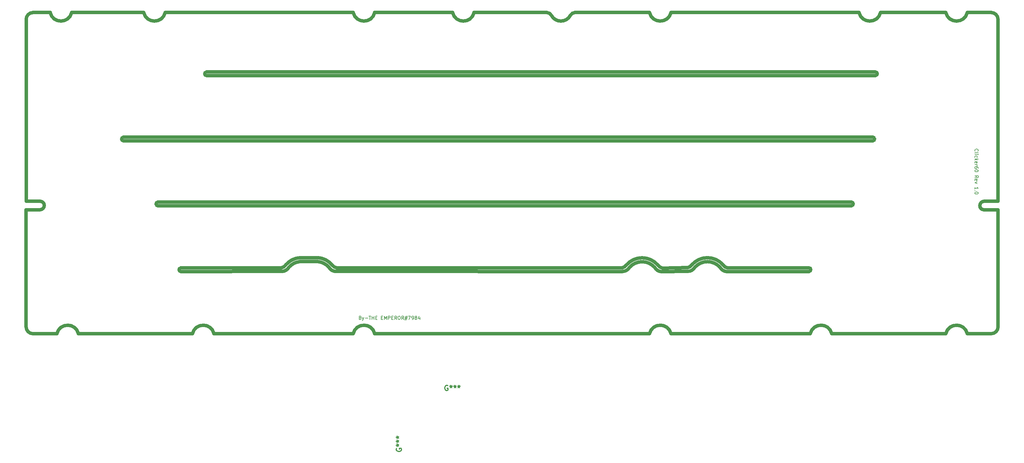
<source format=gbr>
%TF.GenerationSoftware,KiCad,Pcbnew,(6.0.6)*%
%TF.CreationDate,2023-05-08T18:28:51+05:30*%
%TF.ProjectId,new_stuff,6e65775f-7374-4756-9666-2e6b69636164,rev?*%
%TF.SameCoordinates,Original*%
%TF.FileFunction,Legend,Top*%
%TF.FilePolarity,Positive*%
%FSLAX46Y46*%
G04 Gerber Fmt 4.6, Leading zero omitted, Abs format (unit mm)*
G04 Created by KiCad (PCBNEW (6.0.6)) date 2023-05-08 18:28:51*
%MOMM*%
%LPD*%
G01*
G04 APERTURE LIST*
%ADD10C,1.000000*%
%ADD11C,0.150000*%
%ADD12C,0.300000*%
G04 APERTURE END LIST*
D10*
X188902814Y-94223694D02*
G75*
G03*
X182602785Y-94223699I-3150014J-735906D01*
G01*
X204174411Y-74056982D02*
G75*
G03*
X205491354Y-74937044I1710389J1134082D01*
G01*
X205182762Y-75995040D02*
X229292443Y-75989939D01*
X275702813Y-94223695D02*
G75*
G03*
X269402786Y-94223699I-3150013J-735905D01*
G01*
X282702786Y-94223686D02*
G75*
G03*
X284702786Y-92223702I14J1999986D01*
G01*
X188902786Y-23704D02*
X243977278Y-23740D01*
X131214276Y-23704D02*
X152521671Y-23701D01*
X241735078Y-56712400D02*
G75*
G03*
X241730000Y-55610000I-2578J551200D01*
G01*
X279379788Y-56643694D02*
G75*
G03*
X280522778Y-57862693I1142812J-73806D01*
G01*
X204174432Y-74056959D02*
G75*
G03*
X194952173Y-74071263I-4605032J-3938441D01*
G01*
X184138905Y-74798644D02*
G75*
G03*
X176722391Y-74798303I-3708405J-3223356D01*
G01*
X52845288Y-17433645D02*
G75*
G03*
X52835289Y-18536059I11312J-551355D01*
G01*
X90572810Y-75952665D02*
X174661129Y-75975656D01*
X193816262Y-75952639D02*
X186043862Y-76017900D01*
X248774370Y-18527337D02*
G75*
G03*
X248769292Y-17425063I-2570J551137D01*
G01*
X235990276Y-94223698D02*
X269402785Y-94223698D01*
X74746283Y-74897123D02*
G75*
G03*
X76066944Y-74016360I-389883J2015123D01*
G01*
X80156415Y-73072149D02*
X85508178Y-73073519D01*
X182602813Y-23694D02*
G75*
G03*
X188902785Y-23703I3149987J735894D01*
G01*
X275702785Y-94223701D02*
X282702786Y-94223701D01*
X185035520Y-74079829D02*
G75*
G03*
X175813273Y-74094123I-4605020J-3945371D01*
G01*
X13329784Y-23701D02*
X34427278Y-23704D01*
X80156415Y-73072149D02*
G75*
G03*
X76963564Y-74735180I514485J-4884251D01*
G01*
X2002784Y-94223701D02*
X9002785Y-94223701D01*
X102102788Y-94223700D02*
G75*
G03*
X95802784Y-94223700I-3150002J-735927D01*
G01*
X124914321Y-23691D02*
G75*
G03*
X131214277Y-23703I3149979J735891D01*
G01*
X7029786Y-23702D02*
G75*
G03*
X13329786Y-23702I3150000J735926D01*
G01*
X2785Y-55373693D02*
X4094776Y-55373693D01*
X241735078Y-56712358D02*
X38585878Y-56712357D01*
X80171499Y-71917299D02*
G75*
G03*
X76066944Y-74016360I500401J-6041101D01*
G01*
X275703009Y-23701D02*
X282702786Y-23701D01*
X182602785Y-23701D02*
X160757277Y-23701D01*
X80171497Y-71917270D02*
X85480271Y-71917270D01*
X284702800Y-2023700D02*
G75*
G03*
X282702786Y-23700I-2000000J0D01*
G01*
X235990320Y-94223691D02*
G75*
G03*
X229690278Y-94223699I-3150020J-735909D01*
G01*
X193731292Y-74868663D02*
G75*
G03*
X194952173Y-74071263I-450292J2022763D01*
G01*
X280649778Y-55373678D02*
G75*
G03*
X279379778Y-56643693I22J-1270022D01*
G01*
X153851742Y-830134D02*
G75*
G03*
X159437848Y-830152I2793058J1457034D01*
G01*
X45332945Y-74887580D02*
X74746283Y-74897121D01*
X2002787Y-23703D02*
X7029786Y-23702D01*
X269402600Y-23748D02*
G75*
G03*
X275703010Y-23703I3150200J733048D01*
G01*
X55014283Y-94223700D02*
G75*
G03*
X48714277Y-94223699I-3150003J-735930D01*
G01*
X284702788Y-57873685D02*
X284702788Y-92223702D01*
X203277765Y-74775819D02*
G75*
G03*
X205182762Y-75995040I2099035J1181819D01*
G01*
X90999594Y-74913046D02*
X174592389Y-74891507D01*
X15302787Y-94223700D02*
G75*
G03*
X9002787Y-94223700I-3150000J-735926D01*
G01*
X45338023Y-75989938D02*
X75058566Y-75954400D01*
X184138883Y-74798669D02*
G75*
G03*
X186043862Y-76017900I2099017J1181769D01*
G01*
X185035489Y-74079857D02*
G75*
G03*
X186352454Y-74959904I1710411J1134157D01*
G01*
X75058563Y-75954365D02*
G75*
G03*
X76963564Y-74735180I-193963J2400965D01*
G01*
X2002787Y-23703D02*
G75*
G03*
X2787Y-2023703I-1J-1999999D01*
G01*
X284702786Y-2023700D02*
X284702785Y-55373693D01*
X88688227Y-74735160D02*
G75*
G03*
X85508178Y-73073519I-3710027J-3226440D01*
G01*
X102102784Y-23701D02*
X124914278Y-23699D01*
X38580800Y-55610043D02*
G75*
G03*
X38585878Y-56712357I2500J-551157D01*
G01*
X280649778Y-55373693D02*
X284702785Y-55373693D01*
X95802786Y-23702D02*
G75*
G03*
X102102786Y-23702I3150000J735926D01*
G01*
X243977321Y-23691D02*
G75*
G03*
X250277277Y-23703I3149979J735891D01*
G01*
X45332945Y-74887662D02*
G75*
G03*
X45338023Y-75989938I2555J-551138D01*
G01*
X153851692Y-830160D02*
G75*
G03*
X152521671Y-23701I-1329492J-692640D01*
G01*
X55014276Y-94223701D02*
X95802784Y-94223701D01*
X248648958Y-18538698D02*
X52835289Y-18536059D01*
X-20222Y-57862693D02*
X4043778Y-57862693D01*
X188902784Y-94223698D02*
X229690279Y-94223698D01*
X-20222Y-57862693D02*
X-20222Y-92200695D01*
X89584820Y-74016363D02*
G75*
G03*
X90999594Y-74913046I1709680J1133063D01*
G01*
X5313779Y-56592693D02*
G75*
G03*
X4094776Y-55373691I-1218999J3D01*
G01*
X247993638Y-37662358D02*
X28517318Y-37662358D01*
X250277276Y-23755D02*
X269402574Y-23754D01*
X2785Y-2023703D02*
X2785Y-55373693D01*
X186352454Y-74959904D02*
X193731289Y-74868647D01*
X40727276Y-23701D02*
X95802784Y-23701D01*
X4043778Y-57862688D02*
G75*
G03*
X5313778Y-56592693I2J1269998D01*
G01*
X15302787Y-94223700D02*
X48714278Y-94223698D01*
X88688180Y-74735194D02*
G75*
G03*
X90572810Y-75952665I2099320J1182294D01*
G01*
X174592396Y-74891538D02*
G75*
G03*
X175813273Y-74094123I-450296J2022738D01*
G01*
X102102784Y-94223701D02*
X182602786Y-94223698D01*
X247993638Y-37662400D02*
G75*
G03*
X247988560Y-36560000I-2538J551200D01*
G01*
X203277805Y-74775784D02*
G75*
G03*
X195861291Y-74775443I-3708405J-3223416D01*
G01*
X52845289Y-17433701D02*
X248643880Y-17436340D01*
X229287365Y-74887581D02*
X205491354Y-74937044D01*
X28512240Y-36560000D02*
X247988560Y-36560000D01*
X280522778Y-57862693D02*
X284702788Y-57873685D01*
X174661129Y-75975666D02*
G75*
G03*
X176722391Y-74798303I-16229J2421466D01*
G01*
X89584811Y-74016371D02*
G75*
G03*
X85480271Y-71917270I-4605011J-3942029D01*
G01*
X-20222Y-92200695D02*
G75*
G03*
X2002784Y-94223702I2023007J0D01*
G01*
X160767883Y-23644D02*
G75*
G03*
X159437848Y-830152I-483J-1499156D01*
G01*
X229292443Y-75990019D02*
G75*
G03*
X229287365Y-74887581I-2543J551219D01*
G01*
X28512240Y-36560042D02*
G75*
G03*
X28517318Y-37662358I2560J-551158D01*
G01*
X34427282Y-23700D02*
G75*
G03*
X40727277Y-23703I3149998J735920D01*
G01*
X38580800Y-55609999D02*
X241730000Y-55610000D01*
X193816262Y-75952659D02*
G75*
G03*
X195861291Y-74775443I-30662J2418159D01*
G01*
D11*
X277992857Y-40687023D02*
X277945238Y-40639404D01*
X277897619Y-40496547D01*
X277897619Y-40401309D01*
X277945238Y-40258452D01*
X278040476Y-40163214D01*
X278135714Y-40115595D01*
X278326190Y-40067976D01*
X278469047Y-40067976D01*
X278659523Y-40115595D01*
X278754761Y-40163214D01*
X278850000Y-40258452D01*
X278897619Y-40401309D01*
X278897619Y-40496547D01*
X278850000Y-40639404D01*
X278802380Y-40687023D01*
X277897619Y-41258452D02*
X277945238Y-41163214D01*
X278040476Y-41115595D01*
X278897619Y-41115595D01*
X277897619Y-41639404D02*
X278564285Y-41639404D01*
X278897619Y-41639404D02*
X278850000Y-41591785D01*
X278802380Y-41639404D01*
X278850000Y-41687023D01*
X278897619Y-41639404D01*
X278802380Y-41639404D01*
X277945238Y-42544166D02*
X277897619Y-42448928D01*
X277897619Y-42258452D01*
X277945238Y-42163214D01*
X277992857Y-42115595D01*
X278088095Y-42067976D01*
X278373809Y-42067976D01*
X278469047Y-42115595D01*
X278516666Y-42163214D01*
X278564285Y-42258452D01*
X278564285Y-42448928D01*
X278516666Y-42544166D01*
X277897619Y-42972738D02*
X278897619Y-42972738D01*
X278278571Y-43067976D02*
X277897619Y-43353690D01*
X278564285Y-43353690D02*
X278183333Y-42972738D01*
X277945238Y-44163214D02*
X277897619Y-44067976D01*
X277897619Y-43877500D01*
X277945238Y-43782261D01*
X278040476Y-43734642D01*
X278421428Y-43734642D01*
X278516666Y-43782261D01*
X278564285Y-43877500D01*
X278564285Y-44067976D01*
X278516666Y-44163214D01*
X278421428Y-44210833D01*
X278326190Y-44210833D01*
X278230952Y-43734642D01*
X277897619Y-44639404D02*
X278564285Y-44639404D01*
X278373809Y-44639404D02*
X278469047Y-44687023D01*
X278516666Y-44734642D01*
X278564285Y-44829880D01*
X278564285Y-44925119D01*
X278897619Y-45687023D02*
X278897619Y-45496547D01*
X278850000Y-45401309D01*
X278802380Y-45353690D01*
X278659523Y-45258452D01*
X278469047Y-45210833D01*
X278088095Y-45210833D01*
X277992857Y-45258452D01*
X277945238Y-45306071D01*
X277897619Y-45401309D01*
X277897619Y-45591785D01*
X277945238Y-45687023D01*
X277992857Y-45734642D01*
X278088095Y-45782261D01*
X278326190Y-45782261D01*
X278421428Y-45734642D01*
X278469047Y-45687023D01*
X278516666Y-45591785D01*
X278516666Y-45401309D01*
X278469047Y-45306071D01*
X278421428Y-45258452D01*
X278326190Y-45210833D01*
X278897619Y-46401309D02*
X278897619Y-46496547D01*
X278850000Y-46591785D01*
X278802380Y-46639404D01*
X278707142Y-46687023D01*
X278516666Y-46734642D01*
X278278571Y-46734642D01*
X278088095Y-46687023D01*
X277992857Y-46639404D01*
X277945238Y-46591785D01*
X277897619Y-46496547D01*
X277897619Y-46401309D01*
X277945238Y-46306071D01*
X277992857Y-46258452D01*
X278088095Y-46210833D01*
X278278571Y-46163214D01*
X278516666Y-46163214D01*
X278707142Y-46210833D01*
X278802380Y-46258452D01*
X278850000Y-46306071D01*
X278897619Y-46401309D01*
X277897619Y-48496547D02*
X278373809Y-48163214D01*
X277897619Y-47925119D02*
X278897619Y-47925119D01*
X278897619Y-48306071D01*
X278850000Y-48401309D01*
X278802380Y-48448928D01*
X278707142Y-48496547D01*
X278564285Y-48496547D01*
X278469047Y-48448928D01*
X278421428Y-48401309D01*
X278373809Y-48306071D01*
X278373809Y-47925119D01*
X277945238Y-49306071D02*
X277897619Y-49210833D01*
X277897619Y-49020357D01*
X277945238Y-48925119D01*
X278040476Y-48877500D01*
X278421428Y-48877500D01*
X278516666Y-48925119D01*
X278564285Y-49020357D01*
X278564285Y-49210833D01*
X278516666Y-49306071D01*
X278421428Y-49353690D01*
X278326190Y-49353690D01*
X278230952Y-48877500D01*
X278564285Y-49687023D02*
X277897619Y-49925119D01*
X278564285Y-50163214D01*
X277897619Y-51829880D02*
X277897619Y-51258452D01*
X277897619Y-51544166D02*
X278897619Y-51544166D01*
X278754761Y-51448928D01*
X278659523Y-51353690D01*
X278611904Y-51258452D01*
X277992857Y-52258452D02*
X277945238Y-52306071D01*
X277897619Y-52258452D01*
X277945238Y-52210833D01*
X277992857Y-52258452D01*
X277897619Y-52258452D01*
X278897619Y-52925119D02*
X278897619Y-53020357D01*
X278850000Y-53115595D01*
X278802380Y-53163214D01*
X278707142Y-53210833D01*
X278516666Y-53258452D01*
X278278571Y-53258452D01*
X278088095Y-53210833D01*
X277992857Y-53163214D01*
X277945238Y-53115595D01*
X277897619Y-53020357D01*
X277897619Y-52925119D01*
X277945238Y-52829880D01*
X277992857Y-52782261D01*
X278088095Y-52734642D01*
X278278571Y-52687023D01*
X278516666Y-52687023D01*
X278707142Y-52734642D01*
X278802380Y-52782261D01*
X278850000Y-52829880D01*
X278897619Y-52925119D01*
X97888928Y-89543571D02*
X98031785Y-89591190D01*
X98079404Y-89638809D01*
X98127023Y-89734047D01*
X98127023Y-89876904D01*
X98079404Y-89972142D01*
X98031785Y-90019761D01*
X97936547Y-90067380D01*
X97555595Y-90067380D01*
X97555595Y-89067380D01*
X97888928Y-89067380D01*
X97984166Y-89115000D01*
X98031785Y-89162619D01*
X98079404Y-89257857D01*
X98079404Y-89353095D01*
X98031785Y-89448333D01*
X97984166Y-89495952D01*
X97888928Y-89543571D01*
X97555595Y-89543571D01*
X98460357Y-89400714D02*
X98698452Y-90067380D01*
X98936547Y-89400714D02*
X98698452Y-90067380D01*
X98603214Y-90305476D01*
X98555595Y-90353095D01*
X98460357Y-90400714D01*
X99317500Y-89686428D02*
X100079404Y-89686428D01*
X100412738Y-89067380D02*
X100984166Y-89067380D01*
X100698452Y-90067380D02*
X100698452Y-89067380D01*
X101317500Y-90067380D02*
X101317500Y-89067380D01*
X101317500Y-89543571D02*
X101888928Y-89543571D01*
X101888928Y-90067380D02*
X101888928Y-89067380D01*
X102365119Y-89543571D02*
X102698452Y-89543571D01*
X102841309Y-90067380D02*
X102365119Y-90067380D01*
X102365119Y-89067380D01*
X102841309Y-89067380D01*
X104031785Y-89543571D02*
X104365119Y-89543571D01*
X104507976Y-90067380D02*
X104031785Y-90067380D01*
X104031785Y-89067380D01*
X104507976Y-89067380D01*
X104936547Y-90067380D02*
X104936547Y-89067380D01*
X105269880Y-89781666D01*
X105603214Y-89067380D01*
X105603214Y-90067380D01*
X106079404Y-90067380D02*
X106079404Y-89067380D01*
X106460357Y-89067380D01*
X106555595Y-89115000D01*
X106603214Y-89162619D01*
X106650833Y-89257857D01*
X106650833Y-89400714D01*
X106603214Y-89495952D01*
X106555595Y-89543571D01*
X106460357Y-89591190D01*
X106079404Y-89591190D01*
X107079404Y-89543571D02*
X107412738Y-89543571D01*
X107555595Y-90067380D02*
X107079404Y-90067380D01*
X107079404Y-89067380D01*
X107555595Y-89067380D01*
X108555595Y-90067380D02*
X108222261Y-89591190D01*
X107984166Y-90067380D02*
X107984166Y-89067380D01*
X108365119Y-89067380D01*
X108460357Y-89115000D01*
X108507976Y-89162619D01*
X108555595Y-89257857D01*
X108555595Y-89400714D01*
X108507976Y-89495952D01*
X108460357Y-89543571D01*
X108365119Y-89591190D01*
X107984166Y-89591190D01*
X109174642Y-89067380D02*
X109365119Y-89067380D01*
X109460357Y-89115000D01*
X109555595Y-89210238D01*
X109603214Y-89400714D01*
X109603214Y-89734047D01*
X109555595Y-89924523D01*
X109460357Y-90019761D01*
X109365119Y-90067380D01*
X109174642Y-90067380D01*
X109079404Y-90019761D01*
X108984166Y-89924523D01*
X108936547Y-89734047D01*
X108936547Y-89400714D01*
X108984166Y-89210238D01*
X109079404Y-89115000D01*
X109174642Y-89067380D01*
X110603214Y-90067380D02*
X110269880Y-89591190D01*
X110031785Y-90067380D02*
X110031785Y-89067380D01*
X110412738Y-89067380D01*
X110507976Y-89115000D01*
X110555595Y-89162619D01*
X110603214Y-89257857D01*
X110603214Y-89400714D01*
X110555595Y-89495952D01*
X110507976Y-89543571D01*
X110412738Y-89591190D01*
X110031785Y-89591190D01*
X110984166Y-89400714D02*
X111698452Y-89400714D01*
X111269880Y-88972142D02*
X110984166Y-90257857D01*
X111603214Y-89829285D02*
X110888928Y-89829285D01*
X111317500Y-90257857D02*
X111603214Y-88972142D01*
X111936547Y-89067380D02*
X112603214Y-89067380D01*
X112174642Y-90067380D01*
X113031785Y-90067380D02*
X113222261Y-90067380D01*
X113317500Y-90019761D01*
X113365119Y-89972142D01*
X113460357Y-89829285D01*
X113507976Y-89638809D01*
X113507976Y-89257857D01*
X113460357Y-89162619D01*
X113412738Y-89115000D01*
X113317500Y-89067380D01*
X113127023Y-89067380D01*
X113031785Y-89115000D01*
X112984166Y-89162619D01*
X112936547Y-89257857D01*
X112936547Y-89495952D01*
X112984166Y-89591190D01*
X113031785Y-89638809D01*
X113127023Y-89686428D01*
X113317500Y-89686428D01*
X113412738Y-89638809D01*
X113460357Y-89591190D01*
X113507976Y-89495952D01*
X114079404Y-89495952D02*
X113984166Y-89448333D01*
X113936547Y-89400714D01*
X113888928Y-89305476D01*
X113888928Y-89257857D01*
X113936547Y-89162619D01*
X113984166Y-89115000D01*
X114079404Y-89067380D01*
X114269880Y-89067380D01*
X114365119Y-89115000D01*
X114412738Y-89162619D01*
X114460357Y-89257857D01*
X114460357Y-89305476D01*
X114412738Y-89400714D01*
X114365119Y-89448333D01*
X114269880Y-89495952D01*
X114079404Y-89495952D01*
X113984166Y-89543571D01*
X113936547Y-89591190D01*
X113888928Y-89686428D01*
X113888928Y-89876904D01*
X113936547Y-89972142D01*
X113984166Y-90019761D01*
X114079404Y-90067380D01*
X114269880Y-90067380D01*
X114365119Y-90019761D01*
X114412738Y-89972142D01*
X114460357Y-89876904D01*
X114460357Y-89686428D01*
X114412738Y-89591190D01*
X114365119Y-89543571D01*
X114269880Y-89495952D01*
X115317500Y-89400714D02*
X115317500Y-90067380D01*
X115079404Y-89019761D02*
X114841309Y-89734047D01*
X115460357Y-89734047D01*
D12*
%TO.C,G\u002A\u002A\u002A*%
X108508000Y-127892571D02*
X108435428Y-128037714D01*
X108435428Y-128255428D01*
X108508000Y-128473142D01*
X108653142Y-128618285D01*
X108798285Y-128690857D01*
X109088571Y-128763428D01*
X109306285Y-128763428D01*
X109596571Y-128690857D01*
X109741714Y-128618285D01*
X109886857Y-128473142D01*
X109959428Y-128255428D01*
X109959428Y-128110285D01*
X109886857Y-127892571D01*
X109814285Y-127820000D01*
X109306285Y-127820000D01*
X109306285Y-128110285D01*
X108435428Y-126949142D02*
X108798285Y-126949142D01*
X108653142Y-127312000D02*
X108798285Y-126949142D01*
X108653142Y-126586285D01*
X109088571Y-127166857D02*
X108798285Y-126949142D01*
X109088571Y-126731428D01*
X108435428Y-125788000D02*
X108798285Y-125788000D01*
X108653142Y-126150857D02*
X108798285Y-125788000D01*
X108653142Y-125425142D01*
X109088571Y-126005714D02*
X108798285Y-125788000D01*
X109088571Y-125570285D01*
X108435428Y-124626857D02*
X108798285Y-124626857D01*
X108653142Y-124989714D02*
X108798285Y-124626857D01*
X108653142Y-124264000D01*
X109088571Y-124844571D02*
X108798285Y-124626857D01*
X109088571Y-124409142D01*
D11*
%TO.C,*%
D12*
%TO.C,G\u002A\u002A\u002A*%
X123507428Y-109458000D02*
X123362285Y-109385428D01*
X123144571Y-109385428D01*
X122926857Y-109458000D01*
X122781714Y-109603142D01*
X122709142Y-109748285D01*
X122636571Y-110038571D01*
X122636571Y-110256285D01*
X122709142Y-110546571D01*
X122781714Y-110691714D01*
X122926857Y-110836857D01*
X123144571Y-110909428D01*
X123289714Y-110909428D01*
X123507428Y-110836857D01*
X123580000Y-110764285D01*
X123580000Y-110256285D01*
X123289714Y-110256285D01*
X124450857Y-109385428D02*
X124450857Y-109748285D01*
X124088000Y-109603142D02*
X124450857Y-109748285D01*
X124813714Y-109603142D01*
X124233142Y-110038571D02*
X124450857Y-109748285D01*
X124668571Y-110038571D01*
X125612000Y-109385428D02*
X125612000Y-109748285D01*
X125249142Y-109603142D02*
X125612000Y-109748285D01*
X125974857Y-109603142D01*
X125394285Y-110038571D02*
X125612000Y-109748285D01*
X125829714Y-110038571D01*
X126773142Y-109385428D02*
X126773142Y-109748285D01*
X126410285Y-109603142D02*
X126773142Y-109748285D01*
X127136000Y-109603142D01*
X126555428Y-110038571D02*
X126773142Y-109748285D01*
X126990857Y-110038571D01*
%TD*%
M02*

</source>
